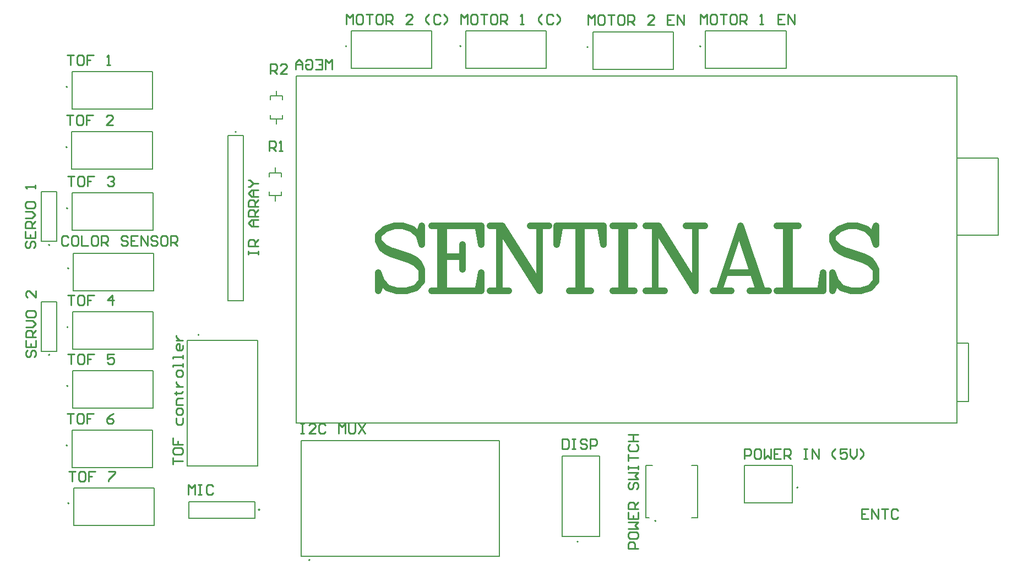
<source format=gto>
G04*
G04 #@! TF.GenerationSoftware,Altium Limited,Altium Designer,22.1.2 (22)*
G04*
G04 Layer_Color=65535*
%FSLAX44Y44*%
%MOMM*%
G71*
G04*
G04 #@! TF.SameCoordinates,ACB05888-95A5-4360-B840-782E19AB6677*
G04*
G04*
G04 #@! TF.FilePolarity,Positive*
G04*
G01*
G75*
%ADD10C,0.2000*%
%ADD11C,0.1270*%
%ADD12C,1.0000*%
%ADD13C,0.2540*%
D10*
X1997290Y844720D02*
G03*
X1997290Y844720I-1000J0D01*
G01*
X2197930Y742340D02*
G03*
X2197930Y742340I-1000J0D01*
G01*
X2255250Y1054570D02*
G03*
X2255250Y1054570I-1000J0D01*
G01*
X2900410Y456650D02*
G03*
X2900410Y456650I-1000J0D01*
G01*
X1968230Y712000D02*
G03*
X1968230Y712000I-1000J0D01*
G01*
Y880910D02*
G03*
X1968230Y880910I-1000J0D01*
G01*
X2290960Y473710D02*
G03*
X2290960Y473710I-1000J0D01*
G01*
X2781030Y424630D02*
G03*
X2781030Y424630I-1000J0D01*
G01*
X3118800Y507830D02*
G03*
X3118800Y507830I-1000J0D01*
G01*
X1995420Y1123950D02*
G03*
X1995420Y1123950I-1000J0D01*
G01*
X1994950Y1031240D02*
G03*
X1994950Y1031240I-1000J0D01*
G01*
X2368280Y396490D02*
G03*
X2368280Y396490I-1000J0D01*
G01*
X1995820Y937260D02*
G03*
X1995820Y937260I-1000J0D01*
G01*
X2969510Y1186180D02*
G03*
X2969510Y1186180I-1000J0D01*
G01*
X1996220Y754380D02*
G03*
X1996220Y754380I-1000J0D01*
G01*
Y664210D02*
G03*
X1996220Y664210I-1000J0D01*
G01*
X2796120Y1185080D02*
G03*
X2796120Y1185080I-1000J0D01*
G01*
X1995420Y572770D02*
G03*
X1995420Y572770I-1000J0D01*
G01*
X1997960Y483870D02*
G03*
X1997960Y483870I-1000J0D01*
G01*
X2424610Y1186180D02*
G03*
X2424610Y1186180I-1000J0D01*
G01*
X2600540Y1186350D02*
G03*
X2600540Y1186350I-1000J0D01*
G01*
X2283460Y461010D02*
Y486410D01*
X2181860Y461010D02*
Y486410D01*
Y461010D02*
X2283460D01*
X2181860Y486410D02*
X2283460D01*
D11*
X3362960Y729980D02*
X3381060D01*
Y640060D02*
Y729980D01*
X3362960Y640060D02*
X3381060D01*
X3362960Y895960D02*
X3426460D01*
Y1013960D01*
X3362960D02*
X3426460D01*
X2346960Y607060D02*
X3362960D01*
X2346960D02*
Y1140460D01*
X3362960D01*
Y1013960D02*
Y1140460D01*
Y895960D02*
Y1013960D01*
Y729980D02*
Y895960D01*
Y640060D02*
Y729980D01*
Y607060D02*
Y640060D01*
X2128290Y810720D02*
Y868220D01*
X2004290D02*
X2128290D01*
X2004290Y810720D02*
Y868220D01*
Y810720D02*
X2128290D01*
X2287930Y540740D02*
Y734340D01*
X2179930Y540740D02*
X2287930D01*
X2179930D02*
Y734340D01*
X2287930D01*
X2242250Y795020D02*
Y1049020D01*
Y795020D02*
X2266250D01*
Y1049020D01*
X2242250D02*
X2266250D01*
X2964810Y461650D02*
Y541650D01*
X2884810Y461650D02*
Y541650D01*
X2894810D01*
X2954810D02*
X2964810D01*
X2884810Y461650D02*
X2889810D01*
X2954810D02*
X2964810D01*
X1955230Y717550D02*
X1979230D01*
Y793750D01*
X1955230D02*
X1979230D01*
X1955230Y717550D02*
Y793750D01*
Y886460D02*
X1979230D01*
Y962660D01*
X1955230D02*
X1979230D01*
X1955230Y886460D02*
Y962660D01*
X2814030Y432630D02*
Y556630D01*
X2756530Y432630D02*
X2814030D01*
X2756530D02*
Y556630D01*
X2814030D01*
X3110400Y484330D02*
Y541830D01*
X3036400Y484330D02*
X3110400D01*
X3036400D02*
Y541830D01*
X3110400D01*
X2305960Y956590D02*
Y962390D01*
Y956590D02*
X2315210D01*
X2324460D01*
Y962390D01*
X2315210Y948590D02*
Y956590D01*
X2305960Y991590D02*
X2315210D01*
X2324460D01*
X2305960Y985790D02*
Y991590D01*
X2324460Y985790D02*
Y991590D01*
X2315210D02*
Y999590D01*
X2002420Y1089950D02*
X2126420D01*
X2002420D02*
Y1147450D01*
X2126420D01*
Y1089950D02*
Y1147450D01*
X2325730Y1103900D02*
Y1109700D01*
X2316480D02*
X2325730D01*
X2307230D02*
X2316480D01*
X2307230Y1103900D02*
Y1109700D01*
X2316480D02*
Y1117700D01*
Y1074700D02*
X2325730D01*
X2307230D02*
X2316480D01*
X2325730D02*
Y1080500D01*
X2307230Y1074700D02*
Y1080500D01*
X2316480Y1066700D02*
Y1074700D01*
X2001950Y997240D02*
X2125950D01*
X2001950D02*
Y1054740D01*
X2125950D01*
Y997240D02*
Y1054740D01*
X2354580Y402590D02*
Y580390D01*
X2659380D01*
Y402590D02*
Y580390D01*
X2354580Y402590D02*
X2659380D01*
X2002820Y903260D02*
X2126820D01*
X2002820D02*
Y960760D01*
X2126820D01*
Y903260D02*
Y960760D01*
X2976510Y1152180D02*
X3100510D01*
X2976510D02*
Y1209680D01*
X3100510D01*
Y1152180D02*
Y1209680D01*
X2003220Y720380D02*
X2127220D01*
X2003220D02*
Y777880D01*
X2127220D01*
Y720380D02*
Y777880D01*
X2003220Y630210D02*
X2127220D01*
X2003220D02*
Y687710D01*
X2127220D01*
Y630210D02*
Y687710D01*
X2803120Y1151080D02*
X2927120D01*
X2803120D02*
Y1208580D01*
X2927120D01*
Y1151080D02*
Y1208580D01*
X2002420Y538770D02*
X2126420D01*
X2002420D02*
Y596270D01*
X2126420D01*
Y538770D02*
Y596270D01*
X2004960Y449870D02*
X2128960D01*
X2004960D02*
Y507370D01*
X2128960D01*
Y449870D02*
Y507370D01*
X2431610Y1152180D02*
X2555610D01*
X2431610D02*
Y1209680D01*
X2555610D01*
Y1152180D02*
Y1209680D01*
X2607540Y1152350D02*
X2731540D01*
X2607540D02*
Y1209850D01*
X2731540D01*
Y1152350D02*
Y1209850D01*
D12*
X2535584Y895796D02*
X2540345Y910079D01*
Y881513D01*
X2535584Y895796D01*
X2526063Y905318D01*
X2511780Y910079D01*
X2497497D01*
X2483215Y905318D01*
X2473693Y895796D01*
Y886274D01*
X2478454Y876752D01*
X2483215Y871992D01*
X2492737Y867231D01*
X2521302Y857709D01*
X2530824Y852948D01*
X2540345Y843426D01*
X2473693Y886274D02*
X2483215Y876752D01*
X2492737Y871992D01*
X2521302Y862470D01*
X2530824Y857709D01*
X2535584Y852948D01*
X2540345Y843426D01*
Y824383D01*
X2530824Y814861D01*
X2516541Y810100D01*
X2502258D01*
X2487976Y814861D01*
X2478454Y824383D01*
X2473693Y838665D01*
Y810100D01*
X2478454Y824383D01*
X2569387Y910079D02*
Y810100D01*
X2574148Y910079D02*
Y810100D01*
X2602713Y881513D02*
Y843426D01*
X2555104Y910079D02*
X2631278D01*
Y881513D01*
X2626517Y910079D01*
X2574148Y862470D02*
X2602713D01*
X2555104Y810100D02*
X2631278D01*
Y838665D01*
X2626517Y810100D01*
X2659367Y910079D02*
Y810100D01*
X2664128Y910079D02*
X2721259Y819622D01*
X2664128Y900557D02*
X2721259Y810100D01*
Y910079D02*
Y810100D01*
X2645085Y910079D02*
X2664128D01*
X2706976D02*
X2735542D01*
X2645085Y810100D02*
X2673650D01*
X2781246Y910079D02*
Y810100D01*
X2786007Y910079D02*
Y810100D01*
X2752681Y910079D02*
X2747920Y881513D01*
Y910079D01*
X2819333D01*
Y881513D01*
X2814572Y910079D01*
X2766964Y810100D02*
X2800290D01*
X2847898Y910079D02*
Y810100D01*
X2852659Y910079D02*
Y810100D01*
X2833616Y910079D02*
X2866942D01*
X2833616Y810100D02*
X2866942D01*
X2899316Y910079D02*
Y810100D01*
X2904077Y910079D02*
X2961208Y819622D01*
X2904077Y900557D02*
X2961208Y810100D01*
Y910079D02*
Y810100D01*
X2885033Y910079D02*
X2904077D01*
X2946925D02*
X2975490D01*
X2885033Y810100D02*
X2913599D01*
X3030716Y910079D02*
X2997390Y810100D01*
X3030716Y910079D02*
X3064043Y810100D01*
X3030716Y895796D02*
X3059282Y810100D01*
X3006912Y838665D02*
X3049760D01*
X2987868Y810100D02*
X3016434D01*
X3044999D02*
X3073564D01*
X3100701Y910079D02*
Y810100D01*
X3105462Y910079D02*
Y810100D01*
X3086419Y910079D02*
X3119745D01*
X3086419Y810100D02*
X3157832D01*
Y838665D01*
X3153071Y810100D01*
X3234006Y895796D02*
X3238767Y910079D01*
Y881513D01*
X3234006Y895796D01*
X3224484Y905318D01*
X3210202Y910079D01*
X3195919D01*
X3181636Y905318D01*
X3172115Y895796D01*
Y886274D01*
X3176876Y876752D01*
X3181636Y871992D01*
X3191158Y867231D01*
X3219724Y857709D01*
X3229245Y852948D01*
X3238767Y843426D01*
X3172115Y886274D02*
X3181636Y876752D01*
X3191158Y871992D01*
X3219724Y862470D01*
X3229245Y857709D01*
X3234006Y852948D01*
X3238767Y843426D01*
Y824383D01*
X3229245Y814861D01*
X3214963Y810100D01*
X3200680D01*
X3186397Y814861D01*
X3176876Y824383D01*
X3172115Y838665D01*
Y810100D01*
X3176876Y824383D01*
D13*
X3227067Y474975D02*
X3216910D01*
Y459740D01*
X3227067D01*
X3216910Y467357D02*
X3221988D01*
X3232145Y459740D02*
Y474975D01*
X3242302Y459740D01*
Y474975D01*
X3247380D02*
X3257537D01*
X3252458D01*
Y459740D01*
X3272772Y472436D02*
X3270233Y474975D01*
X3265154D01*
X3262615Y472436D01*
Y462279D01*
X3265154Y459740D01*
X3270233D01*
X3272772Y462279D01*
X2872737Y414048D02*
X2857502D01*
Y421666D01*
X2860042Y424205D01*
X2865120D01*
X2867659Y421666D01*
Y414048D01*
X2857502Y436901D02*
Y431823D01*
X2860042Y429283D01*
X2870198D01*
X2872737Y431823D01*
Y436901D01*
X2870198Y439440D01*
X2860042D01*
X2857502Y436901D01*
Y444519D02*
X2872737D01*
X2867659Y449597D01*
X2872737Y454675D01*
X2857502D01*
Y469910D02*
Y459754D01*
X2872737D01*
Y469910D01*
X2865120Y459754D02*
Y464832D01*
X2872737Y474989D02*
X2857502D01*
Y482606D01*
X2860042Y485145D01*
X2865120D01*
X2867659Y482606D01*
Y474989D01*
Y480067D02*
X2872737Y485145D01*
X2860042Y515616D02*
X2857502Y513076D01*
Y507998D01*
X2860042Y505459D01*
X2862581D01*
X2865120Y507998D01*
Y513076D01*
X2867659Y515616D01*
X2870198D01*
X2872737Y513076D01*
Y507998D01*
X2870198Y505459D01*
X2857502Y520694D02*
X2872737D01*
X2867659Y525772D01*
X2872737Y530851D01*
X2857502D01*
Y535929D02*
Y541007D01*
Y538468D01*
X2872737D01*
Y535929D01*
Y541007D01*
X2857502Y548625D02*
Y558782D01*
Y553703D01*
X2872737D01*
X2860042Y574017D02*
X2857502Y571477D01*
Y566399D01*
X2860042Y563860D01*
X2870198D01*
X2872737Y566399D01*
Y571477D01*
X2870198Y574017D01*
X2857502Y579095D02*
X2872737D01*
X2865120D01*
Y589252D01*
X2857502D01*
X2872737D01*
X1934212Y718833D02*
X1931673Y716294D01*
Y711216D01*
X1934212Y708676D01*
X1936751D01*
X1939290Y711216D01*
Y716294D01*
X1941829Y718833D01*
X1944368D01*
X1946908Y716294D01*
Y711216D01*
X1944368Y708676D01*
X1931673Y734068D02*
Y723912D01*
X1946908D01*
Y734068D01*
X1939290Y723912D02*
Y728990D01*
X1946908Y739147D02*
X1931673D01*
Y746764D01*
X1934212Y749303D01*
X1939290D01*
X1941829Y746764D01*
Y739147D01*
Y744225D02*
X1946908Y749303D01*
X1931673Y754382D02*
X1941829D01*
X1946908Y759460D01*
X1941829Y764538D01*
X1931673D01*
Y777234D02*
Y772156D01*
X1934212Y769617D01*
X1944368D01*
X1946908Y772156D01*
Y777234D01*
X1944368Y779773D01*
X1934212D01*
X1931673Y777234D01*
X1946908Y810244D02*
Y800087D01*
X1936751Y810244D01*
X1934212D01*
X1931673Y807704D01*
Y802626D01*
X1934212Y800087D01*
X1932942Y886472D02*
X1930402Y883933D01*
Y878855D01*
X1932942Y876316D01*
X1935481D01*
X1938020Y878855D01*
Y883933D01*
X1940559Y886472D01*
X1943098D01*
X1945638Y883933D01*
Y878855D01*
X1943098Y876316D01*
X1930402Y901707D02*
Y891551D01*
X1945638D01*
Y901707D01*
X1938020Y891551D02*
Y896629D01*
X1945638Y906786D02*
X1930402D01*
Y914403D01*
X1932942Y916943D01*
X1938020D01*
X1940559Y914403D01*
Y906786D01*
Y911864D02*
X1945638Y916943D01*
X1930402Y922021D02*
X1940559D01*
X1945638Y927099D01*
X1940559Y932178D01*
X1930402D01*
Y944873D02*
Y939795D01*
X1932942Y937256D01*
X1943098D01*
X1945638Y939795D01*
Y944873D01*
X1943098Y947413D01*
X1932942D01*
X1930402Y944873D01*
X1945638Y967726D02*
Y972804D01*
Y970265D01*
X1930402D01*
X1932942Y967726D01*
X2181606Y496824D02*
Y512059D01*
X2186684Y506981D01*
X2191763Y512059D01*
Y496824D01*
X2196841Y512059D02*
X2201919D01*
X2199380D01*
Y496824D01*
X2196841D01*
X2201919D01*
X2219694Y509520D02*
X2217155Y512059D01*
X2212076D01*
X2209537Y509520D01*
Y499363D01*
X2212076Y496824D01*
X2217155D01*
X2219694Y499363D01*
X2756408Y582163D02*
Y566928D01*
X2764026D01*
X2766565Y569467D01*
Y579624D01*
X2764026Y582163D01*
X2756408D01*
X2771643D02*
X2776721D01*
X2774182D01*
Y566928D01*
X2771643D01*
X2776721D01*
X2794496Y579624D02*
X2791956Y582163D01*
X2786878D01*
X2784339Y579624D01*
Y577085D01*
X2786878Y574546D01*
X2791956D01*
X2794496Y572006D01*
Y569467D01*
X2791956Y566928D01*
X2786878D01*
X2784339Y569467D01*
X2799574Y566928D02*
Y582163D01*
X2807191D01*
X2809731Y579624D01*
Y574546D01*
X2807191Y572006D01*
X2799574D01*
X3036316Y552196D02*
Y567431D01*
X3043933D01*
X3046473Y564892D01*
Y559813D01*
X3043933Y557274D01*
X3036316D01*
X3059169Y567431D02*
X3054090D01*
X3051551Y564892D01*
Y554735D01*
X3054090Y552196D01*
X3059169D01*
X3061708Y554735D01*
Y564892D01*
X3059169Y567431D01*
X3066786D02*
Y552196D01*
X3071865Y557274D01*
X3076943Y552196D01*
Y567431D01*
X3092178D02*
X3082021D01*
Y552196D01*
X3092178D01*
X3082021Y559813D02*
X3087100D01*
X3097256Y552196D02*
Y567431D01*
X3104874D01*
X3107413Y564892D01*
Y559813D01*
X3104874Y557274D01*
X3097256D01*
X3102335D02*
X3107413Y552196D01*
X3127726Y567431D02*
X3132805D01*
X3130266D01*
Y552196D01*
X3127726D01*
X3132805D01*
X3140422D02*
Y567431D01*
X3150579Y552196D01*
Y567431D01*
X3175971Y552196D02*
X3170893Y557274D01*
Y562353D01*
X3175971Y567431D01*
X3193745D02*
X3183588D01*
Y559813D01*
X3188667Y562353D01*
X3191206D01*
X3193745Y559813D01*
Y554735D01*
X3191206Y552196D01*
X3186128D01*
X3183588Y554735D01*
X3198824Y567431D02*
Y557274D01*
X3203902Y552196D01*
X3208980Y557274D01*
Y567431D01*
X3214059Y552196D02*
X3219137Y557274D01*
Y562353D01*
X3214059Y567431D01*
X2273302Y866159D02*
Y871237D01*
Y868698D01*
X2288537D01*
Y866159D01*
Y871237D01*
Y878854D02*
X2273302D01*
Y886472D01*
X2275842Y889011D01*
X2280920D01*
X2283459Y886472D01*
Y878854D01*
Y883933D02*
X2288537Y889011D01*
Y909324D02*
X2278381D01*
X2273302Y914403D01*
X2278381Y919481D01*
X2288537D01*
X2280920D01*
Y909324D01*
X2288537Y924560D02*
X2273302D01*
Y932177D01*
X2275842Y934716D01*
X2280920D01*
X2283459Y932177D01*
Y924560D01*
Y929638D02*
X2288537Y934716D01*
Y939795D02*
X2273302D01*
Y947412D01*
X2275842Y949951D01*
X2280920D01*
X2283459Y947412D01*
Y939795D01*
Y944873D02*
X2288537Y949951D01*
Y955030D02*
X2278381D01*
X2273302Y960108D01*
X2278381Y965186D01*
X2288537D01*
X2280920D01*
Y955030D01*
X2273302Y970265D02*
X2275842D01*
X2280920Y975343D01*
X2275842Y980422D01*
X2273302D01*
X2280920Y975343D02*
X2288537D01*
X2354326Y606039D02*
X2359404D01*
X2356865D01*
Y590804D01*
X2354326D01*
X2359404D01*
X2377179D02*
X2367022D01*
X2377179Y600961D01*
Y603500D01*
X2374639Y606039D01*
X2369561D01*
X2367022Y603500D01*
X2392414D02*
X2389875Y606039D01*
X2384796D01*
X2382257Y603500D01*
Y593343D01*
X2384796Y590804D01*
X2389875D01*
X2392414Y593343D01*
X2412727Y590804D02*
Y606039D01*
X2417805Y600961D01*
X2422884Y606039D01*
Y590804D01*
X2427962Y606039D02*
Y593343D01*
X2430501Y590804D01*
X2435580D01*
X2438119Y593343D01*
Y606039D01*
X2443197D02*
X2453354Y590804D01*
Y606039D02*
X2443197Y590804D01*
X2157733Y543592D02*
Y553749D01*
Y548670D01*
X2172968D01*
X2157733Y566445D02*
Y561366D01*
X2160272Y558827D01*
X2170428D01*
X2172968Y561366D01*
Y566445D01*
X2170428Y568984D01*
X2160272D01*
X2157733Y566445D01*
Y584219D02*
Y574062D01*
X2165350D01*
Y579141D01*
Y574062D01*
X2172968D01*
X2162811Y614689D02*
Y607071D01*
X2165350Y604532D01*
X2170428D01*
X2172968Y607071D01*
Y614689D01*
Y622307D02*
Y627385D01*
X2170428Y629924D01*
X2165350D01*
X2162811Y627385D01*
Y622307D01*
X2165350Y619767D01*
X2170428D01*
X2172968Y622307D01*
Y635003D02*
X2162811D01*
Y642620D01*
X2165350Y645159D01*
X2172968D01*
X2160272Y652777D02*
X2162811D01*
Y650238D01*
Y655316D01*
Y652777D01*
X2170428D01*
X2172968Y655316D01*
X2162811Y662933D02*
X2172968D01*
X2167889D01*
X2165350Y665473D01*
X2162811Y668012D01*
Y670551D01*
X2172968Y680708D02*
Y685786D01*
X2170428Y688325D01*
X2165350D01*
X2162811Y685786D01*
Y680708D01*
X2165350Y678168D01*
X2170428D01*
X2172968Y680708D01*
Y693404D02*
Y698482D01*
Y695943D01*
X2157733D01*
Y693404D01*
X2172968Y706099D02*
Y711178D01*
Y708639D01*
X2157733D01*
Y706099D01*
X2172968Y726413D02*
Y721335D01*
X2170428Y718795D01*
X2165350D01*
X2162811Y721335D01*
Y726413D01*
X2165350Y728952D01*
X2167889D01*
Y718795D01*
X2162811Y734030D02*
X2172968D01*
X2167889D01*
X2165350Y736570D01*
X2162811Y739109D01*
Y741648D01*
X2305812Y1025652D02*
Y1040887D01*
X2313430D01*
X2315969Y1038348D01*
Y1033270D01*
X2313430Y1030730D01*
X2305812D01*
X2310890D02*
X2315969Y1025652D01*
X2321047D02*
X2326125D01*
X2323586D01*
Y1040887D01*
X2321047Y1038348D01*
X2307082Y1143762D02*
Y1158997D01*
X2314700D01*
X2317239Y1156458D01*
Y1151379D01*
X2314700Y1148840D01*
X2307082D01*
X2312160D02*
X2317239Y1143762D01*
X2332474D02*
X2322317D01*
X2332474Y1153919D01*
Y1156458D01*
X2329935Y1158997D01*
X2324856D01*
X2322317Y1156458D01*
X2795778Y1218946D02*
Y1234181D01*
X2800856Y1229103D01*
X2805935Y1234181D01*
Y1218946D01*
X2818631Y1234181D02*
X2813552D01*
X2811013Y1231642D01*
Y1221485D01*
X2813552Y1218946D01*
X2818631D01*
X2821170Y1221485D01*
Y1231642D01*
X2818631Y1234181D01*
X2826248D02*
X2836405D01*
X2831327D01*
Y1218946D01*
X2849101Y1234181D02*
X2844023D01*
X2841483Y1231642D01*
Y1221485D01*
X2844023Y1218946D01*
X2849101D01*
X2851640Y1221485D01*
Y1231642D01*
X2849101Y1234181D01*
X2856718Y1218946D02*
Y1234181D01*
X2864336D01*
X2866875Y1231642D01*
Y1226563D01*
X2864336Y1224024D01*
X2856718D01*
X2861797D02*
X2866875Y1218946D01*
X2897345D02*
X2887188D01*
X2897345Y1229103D01*
Y1231642D01*
X2894806Y1234181D01*
X2889727D01*
X2887188Y1231642D01*
X2927815Y1234181D02*
X2917659D01*
Y1218946D01*
X2927815D01*
X2917659Y1226563D02*
X2922737D01*
X2932894Y1218946D02*
Y1234181D01*
X2943051Y1218946D01*
Y1234181D01*
X1995424Y986277D02*
X2005581D01*
X2000502D01*
Y971042D01*
X2018277Y986277D02*
X2013198D01*
X2010659Y983738D01*
Y973581D01*
X2013198Y971042D01*
X2018277D01*
X2020816Y973581D01*
Y983738D01*
X2018277Y986277D01*
X2036051D02*
X2025894D01*
Y978660D01*
X2030972D01*
X2025894D01*
Y971042D01*
X2056364Y983738D02*
X2058904Y986277D01*
X2063982D01*
X2066521Y983738D01*
Y981199D01*
X2063982Y978660D01*
X2061443D01*
X2063982D01*
X2066521Y976120D01*
Y973581D01*
X2063982Y971042D01*
X2058904D01*
X2056364Y973581D01*
X1997456Y532887D02*
X2007613D01*
X2002534D01*
Y517652D01*
X2020309Y532887D02*
X2015230D01*
X2012691Y530348D01*
Y520191D01*
X2015230Y517652D01*
X2020309D01*
X2022848Y520191D01*
Y530348D01*
X2020309Y532887D01*
X2038083D02*
X2027926D01*
Y525270D01*
X2033004D01*
X2027926D01*
Y517652D01*
X2058396Y532887D02*
X2068553D01*
Y530348D01*
X2058396Y520191D01*
Y517652D01*
X1995678Y803397D02*
X2005835D01*
X2000756D01*
Y788162D01*
X2018531Y803397D02*
X2013452D01*
X2010913Y800858D01*
Y790701D01*
X2013452Y788162D01*
X2018531D01*
X2021070Y790701D01*
Y800858D01*
X2018531Y803397D01*
X2036305D02*
X2026148D01*
Y795779D01*
X2031227D01*
X2026148D01*
Y788162D01*
X2064236D02*
Y803397D01*
X2056618Y795779D01*
X2066775D01*
X2424176Y1219962D02*
Y1235197D01*
X2429254Y1230119D01*
X2434333Y1235197D01*
Y1219962D01*
X2447029Y1235197D02*
X2441950D01*
X2439411Y1232658D01*
Y1222501D01*
X2441950Y1219962D01*
X2447029D01*
X2449568Y1222501D01*
Y1232658D01*
X2447029Y1235197D01*
X2454646D02*
X2464803D01*
X2459724D01*
Y1219962D01*
X2477499Y1235197D02*
X2472420D01*
X2469881Y1232658D01*
Y1222501D01*
X2472420Y1219962D01*
X2477499D01*
X2480038Y1222501D01*
Y1232658D01*
X2477499Y1235197D01*
X2485116Y1219962D02*
Y1235197D01*
X2492734D01*
X2495273Y1232658D01*
Y1227579D01*
X2492734Y1225040D01*
X2485116D01*
X2490195D02*
X2495273Y1219962D01*
X2525743D02*
X2515586D01*
X2525743Y1230119D01*
Y1232658D01*
X2523204Y1235197D01*
X2518126D01*
X2515586Y1232658D01*
X2551135Y1219962D02*
X2546057Y1225040D01*
Y1230119D01*
X2551135Y1235197D01*
X2568909Y1232658D02*
X2566370Y1235197D01*
X2561292D01*
X2558752Y1232658D01*
Y1222501D01*
X2561292Y1219962D01*
X2566370D01*
X2568909Y1222501D01*
X2573987Y1219962D02*
X2579066Y1225040D01*
Y1230119D01*
X2573987Y1235197D01*
X2600198Y1220216D02*
Y1235451D01*
X2605276Y1230373D01*
X2610355Y1235451D01*
Y1220216D01*
X2623051Y1235451D02*
X2617972D01*
X2615433Y1232912D01*
Y1222755D01*
X2617972Y1220216D01*
X2623051D01*
X2625590Y1222755D01*
Y1232912D01*
X2623051Y1235451D01*
X2630668D02*
X2640825D01*
X2635746D01*
Y1220216D01*
X2653521Y1235451D02*
X2648442D01*
X2645903Y1232912D01*
Y1222755D01*
X2648442Y1220216D01*
X2653521D01*
X2656060Y1222755D01*
Y1232912D01*
X2653521Y1235451D01*
X2661138Y1220216D02*
Y1235451D01*
X2668756D01*
X2671295Y1232912D01*
Y1227833D01*
X2668756Y1225294D01*
X2661138D01*
X2666217D02*
X2671295Y1220216D01*
X2691608D02*
X2696687D01*
X2694148D01*
Y1235451D01*
X2691608Y1232912D01*
X2724618Y1220216D02*
X2719539Y1225294D01*
Y1230373D01*
X2724618Y1235451D01*
X2742392Y1232912D02*
X2739853Y1235451D01*
X2734774D01*
X2732235Y1232912D01*
Y1222755D01*
X2734774Y1220216D01*
X2739853D01*
X2742392Y1222755D01*
X2747470Y1220216D02*
X2752549Y1225294D01*
Y1230373D01*
X2747470Y1235451D01*
X1994916Y1172967D02*
X2005073D01*
X1999994D01*
Y1157732D01*
X2017769Y1172967D02*
X2012690D01*
X2010151Y1170428D01*
Y1160271D01*
X2012690Y1157732D01*
X2017769D01*
X2020308Y1160271D01*
Y1170428D01*
X2017769Y1172967D01*
X2035543D02*
X2025386D01*
Y1165350D01*
X2030464D01*
X2025386D01*
Y1157732D01*
X2055856D02*
X2060935D01*
X2058396D01*
Y1172967D01*
X2055856Y1170428D01*
X1995678Y713227D02*
X2005835D01*
X2000756D01*
Y697992D01*
X2018531Y713227D02*
X2013452D01*
X2010913Y710688D01*
Y700531D01*
X2013452Y697992D01*
X2018531D01*
X2021070Y700531D01*
Y710688D01*
X2018531Y713227D01*
X2036305D02*
X2026148D01*
Y705610D01*
X2031227D01*
X2026148D01*
Y697992D01*
X2066775Y713227D02*
X2056618D01*
Y705610D01*
X2061697Y708149D01*
X2064236D01*
X2066775Y705610D01*
Y700531D01*
X2064236Y697992D01*
X2059158D01*
X2056618Y700531D01*
X1994408Y1080257D02*
X2004565D01*
X1999486D01*
Y1065022D01*
X2017261Y1080257D02*
X2012182D01*
X2009643Y1077718D01*
Y1067561D01*
X2012182Y1065022D01*
X2017261D01*
X2019800Y1067561D01*
Y1077718D01*
X2017261Y1080257D01*
X2035035D02*
X2024878D01*
Y1072639D01*
X2029957D01*
X2024878D01*
Y1065022D01*
X2065505D02*
X2055348D01*
X2065505Y1075179D01*
Y1077718D01*
X2062966Y1080257D01*
X2057888D01*
X2055348Y1077718D01*
X1996465Y892808D02*
X1993926Y895348D01*
X1988848D01*
X1986309Y892808D01*
Y882652D01*
X1988848Y880113D01*
X1993926D01*
X1996465Y882652D01*
X2009161Y895348D02*
X2004083D01*
X2001544Y892808D01*
Y882652D01*
X2004083Y880113D01*
X2009161D01*
X2011700Y882652D01*
Y892808D01*
X2009161Y895348D01*
X2016779D02*
Y880113D01*
X2026936D01*
X2039632Y895348D02*
X2034553D01*
X2032014Y892808D01*
Y882652D01*
X2034553Y880113D01*
X2039632D01*
X2042171Y882652D01*
Y892808D01*
X2039632Y895348D01*
X2047249Y880113D02*
Y895348D01*
X2054867D01*
X2057406Y892808D01*
Y887730D01*
X2054867Y885191D01*
X2047249D01*
X2052327D02*
X2057406Y880113D01*
X2087876Y892808D02*
X2085337Y895348D01*
X2080258D01*
X2077719Y892808D01*
Y890269D01*
X2080258Y887730D01*
X2085337D01*
X2087876Y885191D01*
Y882652D01*
X2085337Y880113D01*
X2080258D01*
X2077719Y882652D01*
X2103111Y895348D02*
X2092954D01*
Y880113D01*
X2103111D01*
X2092954Y887730D02*
X2098033D01*
X2108189Y880113D02*
Y895348D01*
X2118346Y880113D01*
Y895348D01*
X2133581Y892808D02*
X2131042Y895348D01*
X2125964D01*
X2123424Y892808D01*
Y890269D01*
X2125964Y887730D01*
X2131042D01*
X2133581Y885191D01*
Y882652D01*
X2131042Y880113D01*
X2125964D01*
X2123424Y882652D01*
X2146277Y895348D02*
X2141199D01*
X2138660Y892808D01*
Y882652D01*
X2141199Y880113D01*
X2146277D01*
X2148816Y882652D01*
Y892808D01*
X2146277Y895348D01*
X2153895Y880113D02*
Y895348D01*
X2161512D01*
X2164051Y892808D01*
Y887730D01*
X2161512Y885191D01*
X2153895D01*
X2158973D02*
X2164051Y880113D01*
X1994916Y621787D02*
X2005073D01*
X1999994D01*
Y606552D01*
X2017769Y621787D02*
X2012690D01*
X2010151Y619248D01*
Y609091D01*
X2012690Y606552D01*
X2017769D01*
X2020308Y609091D01*
Y619248D01*
X2017769Y621787D01*
X2035543D02*
X2025386D01*
Y614170D01*
X2030464D01*
X2025386D01*
Y606552D01*
X2066013Y621787D02*
X2060935Y619248D01*
X2055856Y614170D01*
Y609091D01*
X2058396Y606552D01*
X2063474D01*
X2066013Y609091D01*
Y611630D01*
X2063474Y614170D01*
X2055856D01*
X2969006Y1219962D02*
Y1235197D01*
X2974084Y1230119D01*
X2979163Y1235197D01*
Y1219962D01*
X2991859Y1235197D02*
X2986780D01*
X2984241Y1232658D01*
Y1222501D01*
X2986780Y1219962D01*
X2991859D01*
X2994398Y1222501D01*
Y1232658D01*
X2991859Y1235197D01*
X2999476D02*
X3009633D01*
X3004554D01*
Y1219962D01*
X3022329Y1235197D02*
X3017250D01*
X3014711Y1232658D01*
Y1222501D01*
X3017250Y1219962D01*
X3022329D01*
X3024868Y1222501D01*
Y1232658D01*
X3022329Y1235197D01*
X3029946Y1219962D02*
Y1235197D01*
X3037564D01*
X3040103Y1232658D01*
Y1227579D01*
X3037564Y1225040D01*
X3029946D01*
X3035025D02*
X3040103Y1219962D01*
X3060416D02*
X3065495D01*
X3062956D01*
Y1235197D01*
X3060416Y1232658D01*
X3098504Y1235197D02*
X3088347D01*
Y1219962D01*
X3098504D01*
X3088347Y1227579D02*
X3093426D01*
X3103582Y1219962D02*
Y1235197D01*
X3113739Y1219962D01*
Y1235197D01*
X2402586Y1150874D02*
Y1166109D01*
X2397508Y1161031D01*
X2392429Y1166109D01*
Y1150874D01*
X2377194Y1166109D02*
X2387351D01*
Y1150874D01*
X2377194D01*
X2387351Y1158492D02*
X2382273D01*
X2361959Y1163570D02*
X2364498Y1166109D01*
X2369577D01*
X2372116Y1163570D01*
Y1153413D01*
X2369577Y1150874D01*
X2364498D01*
X2361959Y1153413D01*
Y1158492D01*
X2367038D01*
X2356881Y1150874D02*
Y1161031D01*
X2351802Y1166109D01*
X2346724Y1161031D01*
Y1150874D01*
Y1158492D01*
X2356881D01*
M02*

</source>
